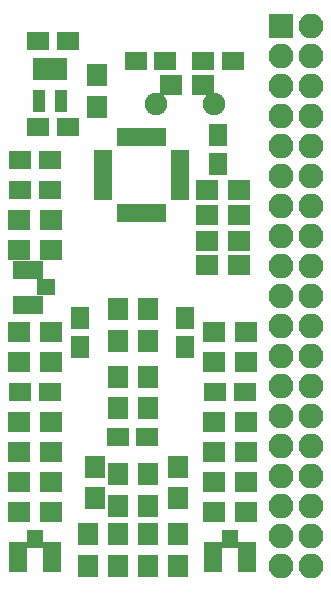
<source format=gbs>
G04 #@! TF.FileFunction,Soldermask,Bot*
%FSLAX46Y46*%
G04 Gerber Fmt 4.6, Leading zero omitted, Abs format (unit mm)*
G04 Created by KiCad (PCBNEW 4.0.6) date 08/04/17 15:07:46*
%MOMM*%
%LPD*%
G01*
G04 APERTURE LIST*
%ADD10C,0.100000*%
%ADD11R,1.650000X1.900000*%
%ADD12R,1.900000X1.650000*%
%ADD13R,1.700000X1.900000*%
%ADD14R,1.050000X1.960000*%
%ADD15R,1.900000X1.700000*%
%ADD16C,1.900000*%
%ADD17R,1.500000X2.650000*%
%ADD18R,1.450000X1.500000*%
%ADD19R,2.650000X1.500000*%
%ADD20R,1.500000X1.450000*%
%ADD21R,0.680000X1.600000*%
%ADD22R,1.600000X0.680000*%
%ADD23R,2.100000X2.100000*%
%ADD24O,2.100000X2.100000*%
G04 APERTURE END LIST*
D10*
D11*
X161925000Y-120670000D03*
X161925000Y-123170000D03*
D12*
X164485000Y-127000000D03*
X166985000Y-127000000D03*
D13*
X161290000Y-133270000D03*
X161290000Y-135970000D03*
X156210000Y-138985000D03*
X156210000Y-141685000D03*
D14*
X149545000Y-99615000D03*
X150495000Y-99615000D03*
X151445000Y-99615000D03*
X151445000Y-102315000D03*
X149545000Y-102315000D03*
D15*
X150575000Y-121920000D03*
X147875000Y-121920000D03*
D13*
X156210000Y-133905000D03*
X156210000Y-136605000D03*
D12*
X158730000Y-130810000D03*
X156230000Y-130810000D03*
D16*
X164338000Y-102616000D03*
X159458000Y-102616000D03*
D15*
X163750000Y-112014000D03*
X166450000Y-112014000D03*
D13*
X158750000Y-119935000D03*
X158750000Y-122635000D03*
D12*
X150475000Y-127000000D03*
X147975000Y-127000000D03*
D11*
X153035000Y-120670000D03*
X153035000Y-123170000D03*
D12*
X151999000Y-104521000D03*
X149499000Y-104521000D03*
X151999000Y-97282000D03*
X149499000Y-97282000D03*
X150475000Y-107315000D03*
X147975000Y-107315000D03*
D11*
X164719000Y-105176000D03*
X164719000Y-107676000D03*
D12*
X147975000Y-109855000D03*
X150475000Y-109855000D03*
X163469000Y-98933000D03*
X165969000Y-98933000D03*
X160254000Y-98933000D03*
X157754000Y-98933000D03*
D17*
X147750000Y-140970000D03*
X150700000Y-140970000D03*
D18*
X149225000Y-139420000D03*
D17*
X164260000Y-140970000D03*
X167210000Y-140970000D03*
D18*
X165735000Y-139420000D03*
D19*
X148590000Y-116635000D03*
X148590000Y-119585000D03*
D20*
X150140000Y-118110000D03*
D15*
X164385000Y-121920000D03*
X167085000Y-121920000D03*
X167085000Y-124460000D03*
X164385000Y-124460000D03*
X147875000Y-124460000D03*
X150575000Y-124460000D03*
X164385000Y-129540000D03*
X167085000Y-129540000D03*
X150575000Y-129540000D03*
X147875000Y-129540000D03*
D13*
X158750000Y-133905000D03*
X158750000Y-136605000D03*
X158750000Y-128350000D03*
X158750000Y-125650000D03*
X156210000Y-128350000D03*
X156210000Y-125650000D03*
X156210000Y-119935000D03*
X156210000Y-122635000D03*
X154305000Y-133270000D03*
X154305000Y-135970000D03*
D15*
X164385000Y-132080000D03*
X167085000Y-132080000D03*
X150575000Y-132080000D03*
X147875000Y-132080000D03*
X167085000Y-134620000D03*
X164385000Y-134620000D03*
X147875000Y-134620000D03*
X150575000Y-134620000D03*
D13*
X161290000Y-138985000D03*
X161290000Y-141685000D03*
X153670000Y-138985000D03*
X153670000Y-141685000D03*
X158750000Y-138985000D03*
X158750000Y-141685000D03*
D15*
X167085000Y-137160000D03*
X164385000Y-137160000D03*
X147875000Y-137160000D03*
X150575000Y-137160000D03*
D13*
X154432000Y-100123000D03*
X154432000Y-102823000D03*
D15*
X163750000Y-114173000D03*
X166450000Y-114173000D03*
X163750000Y-109855000D03*
X166450000Y-109855000D03*
X163750000Y-116205000D03*
X166450000Y-116205000D03*
X147875000Y-112395000D03*
X150575000Y-112395000D03*
X160702000Y-100965000D03*
X163402000Y-100965000D03*
X150575000Y-114935000D03*
X147875000Y-114935000D03*
D21*
X159992000Y-111835000D03*
X159492000Y-111835000D03*
X158992000Y-111835000D03*
X158492000Y-111835000D03*
X157992000Y-111835000D03*
X157492000Y-111835000D03*
X156992000Y-111835000D03*
X156492000Y-111835000D03*
D22*
X154992000Y-110335000D03*
X154992000Y-109835000D03*
X154992000Y-109335000D03*
X154992000Y-108835000D03*
X154992000Y-108335000D03*
X154992000Y-107835000D03*
X154992000Y-107335000D03*
X154992000Y-106835000D03*
D21*
X156492000Y-105335000D03*
X156992000Y-105335000D03*
X157492000Y-105335000D03*
X157992000Y-105335000D03*
X158492000Y-105335000D03*
X158992000Y-105335000D03*
X159492000Y-105335000D03*
X159992000Y-105335000D03*
D22*
X161492000Y-106835000D03*
X161492000Y-107335000D03*
X161492000Y-107835000D03*
X161492000Y-108335000D03*
X161492000Y-108835000D03*
X161492000Y-109335000D03*
X161492000Y-109835000D03*
X161492000Y-110335000D03*
D23*
X170053000Y-96012000D03*
D24*
X172593000Y-96012000D03*
X170053000Y-98552000D03*
X172593000Y-98552000D03*
X170053000Y-101092000D03*
X172593000Y-101092000D03*
X170053000Y-103632000D03*
X172593000Y-103632000D03*
X170053000Y-106172000D03*
X172593000Y-106172000D03*
X170053000Y-108712000D03*
X172593000Y-108712000D03*
X170053000Y-111252000D03*
X172593000Y-111252000D03*
X170053000Y-113792000D03*
X172593000Y-113792000D03*
X170053000Y-116332000D03*
X172593000Y-116332000D03*
X170053000Y-118872000D03*
X172593000Y-118872000D03*
X170053000Y-121412000D03*
X172593000Y-121412000D03*
X170053000Y-123952000D03*
X172593000Y-123952000D03*
X170053000Y-126492000D03*
X172593000Y-126492000D03*
X170053000Y-129032000D03*
X172593000Y-129032000D03*
X170053000Y-131572000D03*
X172593000Y-131572000D03*
X170053000Y-134112000D03*
X172593000Y-134112000D03*
X170053000Y-136652000D03*
X172593000Y-136652000D03*
X170053000Y-139192000D03*
X172593000Y-139192000D03*
X170053000Y-141732000D03*
X172593000Y-141732000D03*
M02*

</source>
